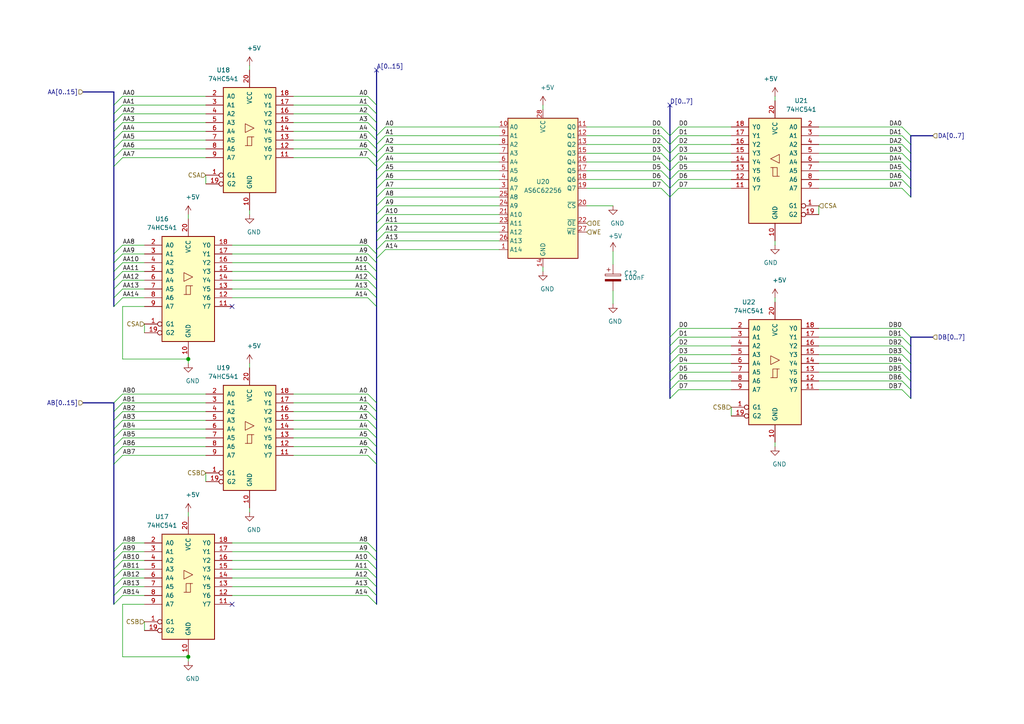
<source format=kicad_sch>
(kicad_sch (version 20211123) (generator eeschema)
  (paper "A4")
  (lib_symbols
    (symbol "74xx:74HCT541_1" (pin_names (offset 1.016))
      (property "Reference" "U" (at -7.62 16.51 0))
      (property "Value" "74HCT541" (at -7.62 -16.51 0))
      (symbol "74HCT541_1_1_0"
        (polyline (pts (xy -0.635 -1.6002) (xy -0.635 0.9398) (xy 0.635 0.9398)))
        (polyline (pts (xy -1.27 -1.6002) (xy 0.635 -1.6002) (xy 0.635 0.9398) (xy 1.27 0.9398)))
        (polyline (pts (xy 1.27 3.4798) (xy -1.27 4.7498) (xy -1.27 2.2098) (xy 1.27 3.4798)) (stroke (width 0.1524)))
        (pin input inverted (at -12.7 -10.16 0) (length 5.08) (name "G1") (number "1"))
        (pin power_in line (at 0 -20.32 90) (length 5.08) (name "GND") (number "10"))
        (pin tri_state line (at 12.7 -5.08 180) (length 5.08) (name "Y7") (number "11"))
        (pin tri_state line (at 12.7 -2.54 180) (length 5.08) (name "Y6") (number "12"))
        (pin tri_state line (at 12.7 0 180) (length 5.08) (name "Y5") (number "13"))
        (pin tri_state line (at 12.7 2.54 180) (length 5.08) (name "Y4") (number "14"))
        (pin tri_state line (at 12.7 5.08 180) (length 5.08) (name "Y3") (number "15"))
        (pin tri_state line (at 12.7 7.62 180) (length 5.08) (name "Y2") (number "16"))
        (pin tri_state line (at 12.7 10.16 180) (length 5.08) (name "Y1") (number "17"))
        (pin tri_state line (at 12.7 12.7 180) (length 5.08) (name "Y0") (number "18"))
        (pin input inverted (at -12.7 -12.7 0) (length 5.08) (name "G2") (number "19"))
        (pin input line (at -12.7 12.7 0) (length 5.08) (name "A0") (number "2"))
        (pin power_in line (at 0 20.32 270) (length 5.08) (name "VCC") (number "20"))
        (pin input line (at -12.7 10.16 0) (length 5.08) (name "A1") (number "3"))
        (pin input line (at -12.7 7.62 0) (length 5.08) (name "A2") (number "4"))
        (pin input line (at -12.7 5.08 0) (length 5.08) (name "A3") (number "5"))
        (pin input line (at -12.7 2.54 0) (length 5.08) (name "A4") (number "6"))
        (pin input line (at -12.7 0 0) (length 5.08) (name "A5") (number "7"))
        (pin input line (at -12.7 -2.54 0) (length 5.08) (name "A6") (number "8"))
        (pin input line (at -12.7 -5.08 0) (length 5.08) (name "A7") (number "9"))
      )
      (symbol "74HCT541_1_1_1"
        (rectangle (start -7.62 15.24) (end 7.62 -15.24) (stroke (width 0.254)) (fill (type background)))
      )
    )
    (symbol "74xx:74HCT541_2" (pin_names (offset 1.016))
      (property "Reference" "U" (at -7.62 16.51 0))
      (property "Value" "74HCT541" (at -7.62 -16.51 0))
      (symbol "74HCT541_2_1_0"
        (polyline (pts (xy -0.635 -1.6002) (xy -0.635 0.9398) (xy 0.635 0.9398)))
        (polyline (pts (xy -1.27 -1.6002) (xy 0.635 -1.6002) (xy 0.635 0.9398) (xy 1.27 0.9398)))
        (polyline (pts (xy 1.27 3.4798) (xy -1.27 4.7498) (xy -1.27 2.2098) (xy 1.27 3.4798)) (stroke (width 0.1524)))
        (pin input inverted (at -12.7 -10.16 0) (length 5.08) (name "G1") (number "1"))
        (pin power_in line (at 0 -20.32 90) (length 5.08) (name "GND") (number "10"))
        (pin tri_state line (at 12.7 -5.08 180) (length 5.08) (name "Y7") (number "11"))
        (pin tri_state line (at 12.7 -2.54 180) (length 5.08) (name "Y6") (number "12"))
        (pin tri_state line (at 12.7 0 180) (length 5.08) (name "Y5") (number "13"))
        (pin tri_state line (at 12.7 2.54 180) (length 5.08) (name "Y4") (number "14"))
        (pin tri_state line (at 12.7 5.08 180) (length 5.08) (name "Y3") (number "15"))
        (pin tri_state line (at 12.7 7.62 180) (length 5.08) (name "Y2") (number "16"))
        (pin tri_state line (at 12.7 10.16 180) (length 5.08) (name "Y1") (number "17"))
        (pin tri_state line (at 12.7 12.7 180) (length 5.08) (name "Y0") (number "18"))
        (pin input inverted (at -12.7 -12.7 0) (length 5.08) (name "G2") (number "19"))
        (pin input line (at -12.7 12.7 0) (length 5.08) (name "A0") (number "2"))
        (pin power_in line (at 0 20.32 270) (length 5.08) (name "VCC") (number "20"))
        (pin input line (at -12.7 10.16 0) (length 5.08) (name "A1") (number "3"))
        (pin input line (at -12.7 7.62 0) (length 5.08) (name "A2") (number "4"))
        (pin input line (at -12.7 5.08 0) (length 5.08) (name "A3") (number "5"))
        (pin input line (at -12.7 2.54 0) (length 5.08) (name "A4") (number "6"))
        (pin input line (at -12.7 0 0) (length 5.08) (name "A5") (number "7"))
        (pin input line (at -12.7 -2.54 0) (length 5.08) (name "A6") (number "8"))
        (pin input line (at -12.7 -5.08 0) (length 5.08) (name "A7") (number "9"))
      )
      (symbol "74HCT541_2_1_1"
        (rectangle (start -7.62 15.24) (end 7.62 -15.24) (stroke (width 0.254)) (fill (type background)))
      )
    )
    (symbol "74xx:74HCT541_3" (pin_names (offset 1.016))
      (property "Reference" "U" (at -7.62 16.51 0))
      (property "Value" "74HCT541" (at -7.62 -16.51 0))
      (symbol "74HCT541_3_1_0"
        (polyline (pts (xy -0.635 -1.6002) (xy -0.635 0.9398) (xy 0.635 0.9398)))
        (polyline (pts (xy -1.27 -1.6002) (xy 0.635 -1.6002) (xy 0.635 0.9398) (xy 1.27 0.9398)))
        (polyline (pts (xy 1.27 3.4798) (xy -1.27 4.7498) (xy -1.27 2.2098) (xy 1.27 3.4798)) (stroke (width 0.1524)))
        (pin input inverted (at -12.7 -10.16 0) (length 5.08) (name "G1") (number "1"))
        (pin power_in line (at 0 -20.32 90) (length 5.08) (name "GND") (number "10"))
        (pin tri_state line (at 12.7 -5.08 180) (length 5.08) (name "Y7") (number "11"))
        (pin tri_state line (at 12.7 -2.54 180) (length 5.08) (name "Y6") (number "12"))
        (pin tri_state line (at 12.7 0 180) (length 5.08) (name "Y5") (number "13"))
        (pin tri_state line (at 12.7 2.54 180) (length 5.08) (name "Y4") (number "14"))
        (pin tri_state line (at 12.7 5.08 180) (length 5.08) (name "Y3") (number "15"))
        (pin tri_state line (at 12.7 7.62 180) (length 5.08) (name "Y2") (number "16"))
        (pin tri_state line (at 12.7 10.16 180) (length 5.08) (name "Y1") (number "17"))
        (pin tri_state line (at 12.7 12.7 180) (length 5.08) (name "Y0") (number "18"))
        (pin input inverted (at -12.7 -12.7 0) (length 5.08) (name "G2") (number "19"))
        (pin input line (at -12.7 12.7 0) (length 5.08) (name "A0") (number "2"))
        (pin power_in line (at 0 20.32 270) (length 5.08) (name "VCC") (number "20"))
        (pin input line (at -12.7 10.16 0) (length 5.08) (name "A1") (number "3"))
        (pin input line (at -12.7 7.62 0) (length 5.08) (name "A2") (number "4"))
        (pin input line (at -12.7 5.08 0) (length 5.08) (name "A3") (number "5"))
        (pin input line (at -12.7 2.54 0) (length 5.08) (name "A4") (number "6"))
        (pin input line (at -12.7 0 0) (length 5.08) (name "A5") (number "7"))
        (pin input line (at -12.7 -2.54 0) (length 5.08) (name "A6") (number "8"))
        (pin input line (at -12.7 -5.08 0) (length 5.08) (name "A7") (number "9"))
      )
      (symbol "74HCT541_3_1_1"
        (rectangle (start -7.62 15.24) (end 7.62 -15.24) (stroke (width 0.254)) (fill (type background)))
      )
    )
    (symbol "74xx:74HCT541_4" (pin_names (offset 1.016))
      (property "Reference" "U" (at -7.62 16.51 0))
      (property "Value" "74HCT541" (at -7.62 -16.51 0))
      (symbol "74HCT541_4_1_0"
        (polyline (pts (xy -0.635 -1.6002) (xy -0.635 0.9398) (xy 0.635 0.9398)))
        (polyline (pts (xy -1.27 -1.6002) (xy 0.635 -1.6002) (xy 0.635 0.9398) (xy 1.27 0.9398)))
        (polyline (pts (xy 1.27 3.4798) (xy -1.27 4.7498) (xy -1.27 2.2098) (xy 1.27 3.4798)) (stroke (width 0.1524)))
        (pin input inverted (at -12.7 -10.16 0) (length 5.08) (name "G1") (number "1"))
        (pin power_in line (at 0 -20.32 90) (length 5.08) (name "GND") (number "10"))
        (pin tri_state line (at 12.7 -5.08 180) (length 5.08) (name "Y7") (number "11"))
        (pin tri_state line (at 12.7 -2.54 180) (length 5.08) (name "Y6") (number "12"))
        (pin tri_state line (at 12.7 0 180) (length 5.08) (name "Y5") (number "13"))
        (pin tri_state line (at 12.7 2.54 180) (length 5.08) (name "Y4") (number "14"))
        (pin tri_state line (at 12.7 5.08 180) (length 5.08) (name "Y3") (number "15"))
        (pin tri_state line (at 12.7 7.62 180) (length 5.08) (name "Y2") (number "16"))
        (pin tri_state line (at 12.7 10.16 180) (length 5.08) (name "Y1") (number "17"))
        (pin tri_state line (at 12.7 12.7 180) (length 5.08) (name "Y0") (number "18"))
        (pin input inverted (at -12.7 -12.7 0) (length 5.08) (name "G2") (number "19"))
        (pin input line (at -12.7 12.7 0) (length 5.08) (name "A0") (number "2"))
        (pin power_in line (at 0 20.32 270) (length 5.08) (name "VCC") (number "20"))
        (pin input line (at -12.7 10.16 0) (length 5.08) (name "A1") (number "3"))
        (pin input line (at -12.7 7.62 0) (length 5.08) (name "A2") (number "4"))
        (pin input line (at -12.7 5.08 0) (length 5.08) (name "A3") (number "5"))
        (pin input line (at -12.7 2.54 0) (length 5.08) (name "A4") (number "6"))
        (pin input line (at -12.7 0 0) (length 5.08) (name "A5") (number "7"))
        (pin input line (at -12.7 -2.54 0) (length 5.08) (name "A6") (number "8"))
        (pin input line (at -12.7 -5.08 0) (length 5.08) (name "A7") (number "9"))
      )
      (symbol "74HCT541_4_1_1"
        (rectangle (start -7.62 15.24) (end 7.62 -15.24) (stroke (width 0.254)) (fill (type background)))
      )
    )
    (symbol "74xx:74HCT541_5" (pin_names (offset 1.016))
      (property "Reference" "U" (at -7.62 16.51 0))
      (property "Value" "74HCT541" (at -7.62 -16.51 0))
      (symbol "74HCT541_5_1_0"
        (polyline (pts (xy -0.635 -1.6002) (xy -0.635 0.9398) (xy 0.635 0.9398)))
        (polyline (pts (xy -1.27 -1.6002) (xy 0.635 -1.6002) (xy 0.635 0.9398) (xy 1.27 0.9398)))
        (polyline (pts (xy 1.27 3.4798) (xy -1.27 4.7498) (xy -1.27 2.2098) (xy 1.27 3.4798)) (stroke (width 0.1524)))
        (pin input inverted (at -12.7 -10.16 0) (length 5.08) (name "G1") (number "1"))
        (pin power_in line (at 0 -20.32 90) (length 5.08) (name "GND") (number "10"))
        (pin tri_state line (at 12.7 -5.08 180) (length 5.08) (name "Y7") (number "11"))
        (pin tri_state line (at 12.7 -2.54 180) (length 5.08) (name "Y6") (number "12"))
        (pin tri_state line (at 12.7 0 180) (length 5.08) (name "Y5") (number "13"))
        (pin tri_state line (at 12.7 2.54 180) (length 5.08) (name "Y4") (number "14"))
        (pin tri_state line (at 12.7 5.08 180) (length 5.08) (name "Y3") (number "15"))
        (pin tri_state line (at 12.7 7.62 180) (length 5.08) (name "Y2") (number "16"))
        (pin tri_state line (at 12.7 10.16 180) (length 5.08) (name "Y1") (number "17"))
        (pin tri_state line (at 12.7 12.7 180) (length 5.08) (name "Y0") (number "18"))
        (pin input inverted (at -12.7 -12.7 0) (length 5.08) (name "G2") (number "19"))
        (pin input line (at -12.7 12.7 0) (length 5.08) (name "A0") (number "2"))
        (pin power_in line (at 0 20.32 270) (length 5.08) (name "VCC") (number "20"))
        (pin input line (at -12.7 10.16 0) (length 5.08) (name "A1") (number "3"))
        (pin input line (at -12.7 7.62 0) (length 5.08) (name "A2") (number "4"))
        (pin input line (at -12.7 5.08 0) (length 5.08) (name "A3") (number "5"))
        (pin input line (at -12.7 2.54 0) (length 5.08) (name "A4") (number "6"))
        (pin input line (at -12.7 0 0) (length 5.08) (name "A5") (number "7"))
        (pin input line (at -12.7 -2.54 0) (length 5.08) (name "A6") (number "8"))
        (pin input line (at -12.7 -5.08 0) (length 5.08) (name "A7") (number "9"))
      )
      (symbol "74HCT541_5_1_1"
        (rectangle (start -7.62 15.24) (end 7.62 -15.24) (stroke (width 0.254)) (fill (type background)))
      )
    )
    (symbol "74xx:74HCT541_6" (pin_names (offset 1.016))
      (property "Reference" "U" (at -7.62 16.51 0))
      (property "Value" "74HCT541" (at -7.62 -16.51 0))
      (symbol "74HCT541_6_1_0"
        (polyline (pts (xy -0.635 -1.6002) (xy -0.635 0.9398) (xy 0.635 0.9398)))
        (polyline (pts (xy -1.27 -1.6002) (xy 0.635 -1.6002) (xy 0.635 0.9398) (xy 1.27 0.9398)))
        (polyline (pts (xy 1.27 3.4798) (xy -1.27 4.7498) (xy -1.27 2.2098) (xy 1.27 3.4798)) (stroke (width 0.1524)))
        (pin input inverted (at -12.7 -10.16 0) (length 5.08) (name "G1") (number "1"))
        (pin power_in line (at 0 -20.32 90) (length 5.08) (name "GND") (number "10"))
        (pin tri_state line (at 12.7 -5.08 180) (length 5.08) (name "Y7") (number "11"))
        (pin tri_state line (at 12.7 -2.54 180) (length 5.08) (name "Y6") (number "12"))
        (pin tri_state line (at 12.7 0 180) (length 5.08) (name "Y5") (number "13"))
        (pin tri_state line (at 12.7 2.54 180) (length 5.08) (name "Y4") (number "14"))
        (pin tri_state line (at 12.7 5.08 180) (length 5.08) (name "Y3") (number "15"))
        (pin tri_state line (at 12.7 7.62 180) (length 5.08) (name "Y2") (number "16"))
        (pin tri_state line (at 12.7 10.16 180) (length 5.08) (name "Y1") (number "17"))
        (pin tri_state line (at 12.7 12.7 180) (length 5.08) (name "Y0") (number "18"))
        (pin input inverted (at -12.7 -12.7 0) (length 5.08) (name "G2") (number "19"))
        (pin input line (at -12.7 12.7 0) (length 5.08) (name "A0") (number "2"))
        (pin power_in line (at 0 20.32 270) (length 5.08) (name "VCC") (number "20"))
        (pin input line (at -12.7 10.16 0) (length 5.08) (name "A1") (number "3"))
        (pin input line (at -12.7 7.62 0) (length 5.08) (name "A2") (number "4"))
        (pin input line (at -12.7 5.08 0) (length 5.08) (name "A3") (number "5"))
        (pin input line (at -12.7 2.54 0) (length 5.08) (name "A4") (number "6"))
        (pin input line (at -12.7 0 0) (length 5.08) (name "A5") (number "7"))
        (pin input line (at -12.7 -2.54 0) (length 5.08) (name "A6") (number "8"))
        (pin input line (at -12.7 -5.08 0) (length 5.08) (name "A7") (number "9"))
      )
      (symbol "74HCT541_6_1_1"
        (rectangle (start -7.62 15.24) (end 7.62 -15.24) (stroke (width 0.254)) (fill (type background)))
      )
    )
    (symbol "Device:CP" (pin_numbers hide) (pin_names (offset 0.254))
      (property "Reference" "C" (at 0.635 2.54 0))
      (property "Value" "CP" (at 0.635 -2.54 0))
      (symbol "CP_0_1"
        (rectangle (start -2.286 0.508) (end 2.286 1.016))
        (polyline (pts (xy -1.778 2.286) (xy -0.762 2.286)))
        (polyline (pts (xy -1.27 2.794) (xy -1.27 1.778)))
        (rectangle (start 2.286 -0.508) (end -2.286 -1.016) (fill (type outline)))
      )
      (symbol "CP_1_1"
        (pin passive line (at 0 3.81 270) (length 2.794) (name "~") (number "1"))
        (pin passive line (at 0 -3.81 90) (length 2.794) (name "~") (number "2"))
      )
    )
    (symbol "Memory_RAM:HM62256BLP"
      (property "Reference" "U" (at -10.16 20.955 0))
      (property "Value" "HM62256BLP" (at 2.54 20.955 0))
      (symbol "HM62256BLP_0_0"
        (pin power_in line (at 0 -22.86 90) (length 2.54) (name "GND") (number "14"))
        (pin power_in line (at 0 22.86 270) (length 2.54) (name "VCC") (number "28"))
      )
      (symbol "HM62256BLP_0_1"
        (rectangle (start -10.16 20.32) (end 10.16 -20.32) (stroke (width 0.254)) (fill (type background)))
      )
      (symbol "HM62256BLP_1_1"
        (pin input line (at -12.7 -17.78 0) (length 2.54) (name "A14") (number "1"))
        (pin input line (at -12.7 17.78 0) (length 2.54) (name "A0") (number "10"))
        (pin tri_state line (at 12.7 17.78 180) (length 2.54) (name "Q0") (number "11"))
        (pin tri_state line (at 12.7 15.24 180) (length 2.54) (name "Q1") (number "12"))
        (pin tri_state line (at 12.7 12.7 180) (length 2.54) (name "Q2") (number "13"))
        (pin tri_state line (at 12.7 10.16 180) (length 2.54) (name "Q3") (number "15"))
        (pin tri_state line (at 12.7 7.62 180) (length 2.54) (name "Q4") (number "16"))
        (pin tri_state line (at 12.7 5.08 180) (length 2.54) (name "Q5") (number "17"))
        (pin tri_state line (at 12.7 2.54 180) (length 2.54) (name "Q6") (number "18"))
        (pin tri_state line (at 12.7 0 180) (length 2.54) (name "Q7") (number "19"))
        (pin input line (at -12.7 -12.7 0) (length 2.54) (name "A12") (number "2"))
        (pin input line (at 12.7 -5.08 180) (length 2.54) (name "~{CS}") (number "20"))
        (pin input line (at -12.7 -7.62 0) (length 2.54) (name "A10") (number "21"))
        (pin input line (at 12.7 -10.16 180) (length 2.54) (name "~{OE}") (number "22"))
        (pin input line (at -12.7 -10.16 0) (length 2.54) (name "A11") (number "23"))
        (pin input line (at -12.7 -5.08 0) (length 2.54) (name "A9") (number "24"))
        (pin input line (at -12.7 -2.54 0) (length 2.54) (name "A8") (number "25"))
        (pin input line (at -12.7 -15.24 0) (length 2.54) (name "A13") (number "26"))
        (pin input line (at 12.7 -12.7 180) (length 2.54) (name "~{WE}") (number "27"))
        (pin input line (at -12.7 0 0) (length 2.54) (name "A7") (number "3"))
        (pin input line (at -12.7 2.54 0) (length 2.54) (name "A6") (number "4"))
        (pin input line (at -12.7 5.08 0) (length 2.54) (name "A5") (number "5"))
        (pin input line (at -12.7 7.62 0) (length 2.54) (name "A4") (number "6"))
        (pin input line (at -12.7 10.16 0) (length 2.54) (name "A3") (number "7"))
        (pin input line (at -12.7 12.7 0) (length 2.54) (name "A2") (number "8"))
        (pin input line (at -12.7 15.24 0) (length 2.54) (name "A1") (number "9"))
      )
    )
    (symbol "power:+5V" (power) (pin_names (offset 0))
      (property "Value" "+5V" (at 0 3.556 0))
      (symbol "+5V_0_1"
        (polyline (pts (xy -0.762 1.27) (xy 0 2.54)))
        (polyline (pts (xy 0 0) (xy 0 2.54)))
        (polyline (pts (xy 0 2.54) (xy 0.762 1.27)))
      )
      (symbol "+5V_1_1"
        (pin power_in line (at 0 0 90) (length 0) hide (name "+5V") (number "1"))
      )
    )
    (symbol "power:GND" (power) (pin_names (offset 0))
      (property "Value" "GND" (at 0 -3.81 0))
      (symbol "GND_0_1"
        (polyline (pts (xy 0 0) (xy 0 -1.27) (xy 1.27 -1.27) (xy 0 -2.54) (xy -1.27 -1.27) (xy 0 -1.27)))
      )
      (symbol "GND_1_1"
        (pin power_in line (at 0 0 270) (length 0) hide (name "GND") (number "1"))
      )
    )
  )
  (junction (at 54.61 104.14) (diameter 1.016))
  (junction (at 54.61 190.5) (diameter 1.016))
  (no_connect (at 109.22 20.32))
  (no_connect (at 67.31 175.26))
  (no_connect (at 194.31 30.48))
  (no_connect (at 67.31 88.9))
  (bus_entry (at 106.68 132.08) (size 2.54 2.54) (stroke (width 0.1524)))
  (bus_entry (at 106.68 170.18) (size 2.54 2.54) (stroke (width 0.1524)))
  (bus_entry (at 194.31 46.99) (size 2.54 -2.54) (stroke (width 0.1524)))
  (bus_entry (at 33.02 43.18) (size 2.54 -2.54) (stroke (width 0.1524)))
  (bus_entry (at 106.68 38.1) (size 2.54 2.54) (stroke (width 0.1524)))
  (bus_entry (at 33.02 33.02) (size 2.54 -2.54) (stroke (width 0.1524)))
  (bus_entry (at 194.31 115.57) (size 2.54 -2.54) (stroke (width 0.1524)))
  (bus_entry (at 261.62 44.45) (size 2.54 2.54) (stroke (width 0.1524)))
  (bus_entry (at 33.02 38.1) (size 2.54 -2.54) (stroke (width 0.1524)))
  (bus_entry (at 106.68 129.54) (size 2.54 2.54) (stroke (width 0.1524)))
  (bus_entry (at 106.68 165.1) (size 2.54 2.54) (stroke (width 0.1524)))
  (bus_entry (at 106.68 71.12) (size 2.54 2.54) (stroke (width 0.1524)))
  (bus_entry (at 109.22 57.15) (size 2.54 -2.54) (stroke (width 0.1524)))
  (bus_entry (at 261.62 46.99) (size 2.54 2.54) (stroke (width 0.1524)))
  (bus_entry (at 33.02 129.54) (size 2.54 -2.54) (stroke (width 0.1524)))
  (bus_entry (at 33.02 48.26) (size 2.54 -2.54) (stroke (width 0.1524)))
  (bus_entry (at 194.31 100.33) (size 2.54 -2.54) (stroke (width 0.1524)))
  (bus_entry (at 33.02 172.72) (size 2.54 -2.54) (stroke (width 0.1524)))
  (bus_entry (at 106.68 172.72) (size 2.54 2.54) (stroke (width 0.1524)))
  (bus_entry (at 194.31 97.79) (size 2.54 -2.54) (stroke (width 0.1524)))
  (bus_entry (at 106.68 78.74) (size 2.54 2.54) (stroke (width 0.1524)))
  (bus_entry (at 106.68 127) (size 2.54 2.54) (stroke (width 0.1524)))
  (bus_entry (at 33.02 78.74) (size 2.54 -2.54) (stroke (width 0.1524)))
  (bus_entry (at 194.31 102.87) (size 2.54 -2.54) (stroke (width 0.1524)))
  (bus_entry (at 194.31 39.37) (size 2.54 -2.54) (stroke (width 0.1524)))
  (bus_entry (at 106.68 83.82) (size 2.54 2.54) (stroke (width 0.1524)))
  (bus_entry (at 109.22 64.77) (size 2.54 -2.54) (stroke (width 0.1524)))
  (bus_entry (at 261.62 41.91) (size 2.54 2.54) (stroke (width 0.1524)))
  (bus_entry (at 106.68 167.64) (size 2.54 2.54) (stroke (width 0.1524)))
  (bus_entry (at 261.62 36.83) (size 2.54 2.54) (stroke (width 0.1524)))
  (bus_entry (at 33.02 175.26) (size 2.54 -2.54) (stroke (width 0.1524)))
  (bus_entry (at 109.22 72.39) (size 2.54 -2.54) (stroke (width 0.1524)))
  (bus_entry (at 191.77 36.83) (size 2.54 2.54) (stroke (width 0.1524)))
  (bus_entry (at 191.77 46.99) (size 2.54 2.54) (stroke (width 0.1524)))
  (bus_entry (at 194.31 52.07) (size 2.54 -2.54) (stroke (width 0.1524)))
  (bus_entry (at 191.77 49.53) (size 2.54 2.54) (stroke (width 0.1524)))
  (bus_entry (at 106.68 45.72) (size 2.54 2.54) (stroke (width 0.1524)))
  (bus_entry (at 261.62 110.49) (size 2.54 2.54) (stroke (width 0.1524)))
  (bus_entry (at 33.02 165.1) (size 2.54 -2.54) (stroke (width 0.1524)))
  (bus_entry (at 33.02 45.72) (size 2.54 -2.54) (stroke (width 0.1524)))
  (bus_entry (at 33.02 162.56) (size 2.54 -2.54) (stroke (width 0.1524)))
  (bus_entry (at 33.02 170.18) (size 2.54 -2.54) (stroke (width 0.1524)))
  (bus_entry (at 109.22 62.23) (size 2.54 -2.54) (stroke (width 0.1524)))
  (bus_entry (at 261.62 102.87) (size 2.54 2.54) (stroke (width 0.1524)))
  (bus_entry (at 106.68 81.28) (size 2.54 2.54) (stroke (width 0.1524)))
  (bus_entry (at 261.62 107.95) (size 2.54 2.54) (stroke (width 0.1524)))
  (bus_entry (at 106.68 116.84) (size 2.54 2.54) (stroke (width 0.1524)))
  (bus_entry (at 194.31 49.53) (size 2.54 -2.54) (stroke (width 0.1524)))
  (bus_entry (at 106.68 162.56) (size 2.54 2.54) (stroke (width 0.1524)))
  (bus_entry (at 106.68 119.38) (size 2.54 2.54) (stroke (width 0.1524)))
  (bus_entry (at 106.68 157.48) (size 2.54 2.54) (stroke (width 0.1524)))
  (bus_entry (at 261.62 113.03) (size 2.54 2.54) (stroke (width 0.1524)))
  (bus_entry (at 191.77 54.61) (size 2.54 2.54) (stroke (width 0.1524)))
  (bus_entry (at 261.62 100.33) (size 2.54 2.54) (stroke (width 0.1524)))
  (bus_entry (at 33.02 119.38) (size 2.54 -2.54) (stroke (width 0.1524)))
  (bus_entry (at 106.68 73.66) (size 2.54 2.54) (stroke (width 0.1524)))
  (bus_entry (at 194.31 105.41) (size 2.54 -2.54) (stroke (width 0.1524)))
  (bus_entry (at 109.22 67.31) (size 2.54 -2.54) (stroke (width 0.1524)))
  (bus_entry (at 109.22 39.37) (size 2.54 -2.54) (stroke (width 0.1524)))
  (bus_entry (at 106.68 35.56) (size 2.54 2.54) (stroke (width 0.1524)))
  (bus_entry (at 106.68 121.92) (size 2.54 2.54) (stroke (width 0.1524)))
  (bus_entry (at 33.02 121.92) (size 2.54 -2.54) (stroke (width 0.1524)))
  (bus_entry (at 33.02 76.2) (size 2.54 -2.54) (stroke (width 0.1524)))
  (bus_entry (at 106.68 27.94) (size 2.54 2.54) (stroke (width 0.1524)))
  (bus_entry (at 33.02 160.02) (size 2.54 -2.54) (stroke (width 0.1524)))
  (bus_entry (at 261.62 97.79) (size 2.54 2.54) (stroke (width 0.1524)))
  (bus_entry (at 33.02 167.64) (size 2.54 -2.54) (stroke (width 0.1524)))
  (bus_entry (at 109.22 52.07) (size 2.54 -2.54) (stroke (width 0.1524)))
  (bus_entry (at 33.02 132.08) (size 2.54 -2.54) (stroke (width 0.1524)))
  (bus_entry (at 191.77 44.45) (size 2.54 2.54) (stroke (width 0.1524)))
  (bus_entry (at 33.02 81.28) (size 2.54 -2.54) (stroke (width 0.1524)))
  (bus_entry (at 261.62 49.53) (size 2.54 2.54) (stroke (width 0.1524)))
  (bus_entry (at 109.22 46.99) (size 2.54 -2.54) (stroke (width 0.1524)))
  (bus_entry (at 261.62 54.61) (size 2.54 2.54) (stroke (width 0.1524)))
  (bus_entry (at 33.02 116.84) (size 2.54 -2.54) (stroke (width 0.1524)))
  (bus_entry (at 106.68 33.02) (size 2.54 2.54) (stroke (width 0.1524)))
  (bus_entry (at 33.02 124.46) (size 2.54 -2.54) (stroke (width 0.1524)))
  (bus_entry (at 33.02 30.48) (size 2.54 -2.54) (stroke (width 0.1524)))
  (bus_entry (at 106.68 86.36) (size 2.54 2.54) (stroke (width 0.1524)))
  (bus_entry (at 194.31 57.15) (size 2.54 -2.54) (stroke (width 0.1524)))
  (bus_entry (at 109.22 59.69) (size 2.54 -2.54) (stroke (width 0.1524)))
  (bus_entry (at 106.68 160.02) (size 2.54 2.54) (stroke (width 0.1524)))
  (bus_entry (at 33.02 35.56) (size 2.54 -2.54) (stroke (width 0.1524)))
  (bus_entry (at 194.31 110.49) (size 2.54 -2.54) (stroke (width 0.1524)))
  (bus_entry (at 33.02 88.9) (size 2.54 -2.54) (stroke (width 0.1524)))
  (bus_entry (at 109.22 49.53) (size 2.54 -2.54) (stroke (width 0.1524)))
  (bus_entry (at 33.02 40.64) (size 2.54 -2.54) (stroke (width 0.1524)))
  (bus_entry (at 33.02 86.36) (size 2.54 -2.54) (stroke (width 0.1524)))
  (bus_entry (at 261.62 39.37) (size 2.54 2.54) (stroke (width 0.1524)))
  (bus_entry (at 194.31 44.45) (size 2.54 -2.54) (stroke (width 0.1524)))
  (bus_entry (at 109.22 54.61) (size 2.54 -2.54) (stroke (width 0.1524)))
  (bus_entry (at 194.31 107.95) (size 2.54 -2.54) (stroke (width 0.1524)))
  (bus_entry (at 33.02 73.66) (size 2.54 -2.54) (stroke (width 0.1524)))
  (bus_entry (at 106.68 30.48) (size 2.54 2.54) (stroke (width 0.1524)))
  (bus_entry (at 191.77 39.37) (size 2.54 2.54) (stroke (width 0.1524)))
  (bus_entry (at 109.22 41.91) (size 2.54 -2.54) (stroke (width 0.1524)))
  (bus_entry (at 106.68 43.18) (size 2.54 2.54) (stroke (width 0.1524)))
  (bus_entry (at 194.31 113.03) (size 2.54 -2.54) (stroke (width 0.1524)))
  (bus_entry (at 106.68 40.64) (size 2.54 2.54) (stroke (width 0.1524)))
  (bus_entry (at 261.62 52.07) (size 2.54 2.54) (stroke (width 0.1524)))
  (bus_entry (at 191.77 41.91) (size 2.54 2.54) (stroke (width 0.1524)))
  (bus_entry (at 194.31 41.91) (size 2.54 -2.54) (stroke (width 0.1524)))
  (bus_entry (at 261.62 95.25) (size 2.54 2.54) (stroke (width 0.1524)))
  (bus_entry (at 191.77 52.07) (size 2.54 2.54) (stroke (width 0.1524)))
  (bus_entry (at 33.02 134.62) (size 2.54 -2.54) (stroke (width 0.1524)))
  (bus_entry (at 33.02 127) (size 2.54 -2.54) (stroke (width 0.1524)))
  (bus_entry (at 106.68 124.46) (size 2.54 2.54) (stroke (width 0.1524)))
  (bus_entry (at 106.68 76.2) (size 2.54 2.54) (stroke (width 0.1524)))
  (bus_entry (at 109.22 69.85) (size 2.54 -2.54) (stroke (width 0.1524)))
  (bus_entry (at 261.62 105.41) (size 2.54 2.54) (stroke (width 0.1524)))
  (bus_entry (at 194.31 54.61) (size 2.54 -2.54) (stroke (width 0.1524)))
  (bus_entry (at 33.02 83.82) (size 2.54 -2.54) (stroke (width 0.1524)))
  (bus_entry (at 109.22 44.45) (size 2.54 -2.54) (stroke (width 0.1524)))
  (bus_entry (at 109.22 74.93) (size 2.54 -2.54) (stroke (width 0.1524)))
  (bus_entry (at 106.68 114.3) (size 2.54 2.54) (stroke (width 0.1524)))
  (wire (pts (xy 85.09 27.94) (xy 106.68 27.94)))
  (wire (pts (xy 54.61 104.14) (xy 54.61 105.41)))
  (bus (pts (xy 194.31 46.99) (xy 194.31 49.53)))
  (wire (pts (xy 67.31 172.72) (xy 106.68 172.72)))
  (wire (pts (xy 67.31 167.64) (xy 106.68 167.64)))
  (bus (pts (xy 33.02 116.84) (xy 33.02 119.38)))
  (wire (pts (xy 196.85 110.49) (xy 212.09 110.49)))
  (bus (pts (xy 33.02 129.54) (xy 33.02 132.08)))
  (bus (pts (xy 33.02 43.18) (xy 33.02 45.72)))
  (wire (pts (xy 237.49 102.87) (xy 261.62 102.87)))
  (bus (pts (xy 109.22 59.69) (xy 109.22 62.23)))
  (wire (pts (xy 196.85 54.61) (xy 212.09 54.61)))
  (wire (pts (xy 111.76 41.91) (xy 144.78 41.91)))
  (bus (pts (xy 264.16 97.79) (xy 270.51 97.79)))
  (bus (pts (xy 194.31 105.41) (xy 194.31 107.95)))
  (wire (pts (xy 111.76 54.61) (xy 144.78 54.61)))
  (bus (pts (xy 24.13 116.84) (xy 33.02 116.84)))
  (wire (pts (xy 85.09 114.3) (xy 106.68 114.3)))
  (wire (pts (xy 237.49 107.95) (xy 261.62 107.95)))
  (wire (pts (xy 196.85 49.53) (xy 212.09 49.53)))
  (wire (pts (xy 170.18 41.91) (xy 191.77 41.91)))
  (bus (pts (xy 109.22 43.18) (xy 109.22 44.45)))
  (bus (pts (xy 264.16 97.79) (xy 264.16 100.33)))
  (bus (pts (xy 109.22 162.56) (xy 109.22 165.1)))
  (bus (pts (xy 109.22 54.61) (xy 109.22 57.15)))
  (wire (pts (xy 196.85 113.03) (xy 212.09 113.03)))
  (wire (pts (xy 237.49 95.25) (xy 261.62 95.25)))
  (wire (pts (xy 196.85 95.25) (xy 212.09 95.25)))
  (wire (pts (xy 237.49 59.69) (xy 237.49 62.23)))
  (bus (pts (xy 33.02 86.36) (xy 33.02 88.9)))
  (bus (pts (xy 109.22 38.1) (xy 109.22 39.37)))
  (wire (pts (xy 35.56 83.82) (xy 41.91 83.82)))
  (wire (pts (xy 111.76 57.15) (xy 144.78 57.15)))
  (wire (pts (xy 35.56 127) (xy 59.69 127)))
  (wire (pts (xy 85.09 129.54) (xy 106.68 129.54)))
  (bus (pts (xy 24.13 26.67) (xy 33.02 26.67)))
  (wire (pts (xy 35.56 124.46) (xy 59.69 124.46)))
  (bus (pts (xy 33.02 38.1) (xy 33.02 40.64)))
  (wire (pts (xy 41.91 88.9) (xy 35.56 88.9)))
  (wire (pts (xy 85.09 38.1) (xy 106.68 38.1)))
  (wire (pts (xy 170.18 46.99) (xy 191.77 46.99)))
  (wire (pts (xy 170.18 59.69) (xy 177.8 59.69)))
  (wire (pts (xy 35.56 81.28) (xy 41.91 81.28)))
  (wire (pts (xy 237.49 110.49) (xy 261.62 110.49)))
  (wire (pts (xy 35.56 43.18) (xy 59.69 43.18)))
  (wire (pts (xy 35.56 116.84) (xy 59.69 116.84)))
  (bus (pts (xy 109.22 73.66) (xy 109.22 74.93)))
  (wire (pts (xy 35.56 38.1) (xy 59.69 38.1)))
  (bus (pts (xy 264.16 52.07) (xy 264.16 54.61)))
  (wire (pts (xy 170.18 39.37) (xy 191.77 39.37)))
  (wire (pts (xy 196.85 107.95) (xy 212.09 107.95)))
  (bus (pts (xy 109.22 124.46) (xy 109.22 127)))
  (bus (pts (xy 194.31 52.07) (xy 194.31 54.61)))
  (bus (pts (xy 33.02 160.02) (xy 33.02 162.56)))
  (wire (pts (xy 85.09 116.84) (xy 106.68 116.84)))
  (wire (pts (xy 111.76 44.45) (xy 144.78 44.45)))
  (bus (pts (xy 194.31 57.15) (xy 194.31 97.79)))
  (wire (pts (xy 54.61 148.59) (xy 54.61 149.86)))
  (wire (pts (xy 35.56 162.56) (xy 41.91 162.56)))
  (wire (pts (xy 85.09 121.92) (xy 106.68 121.92)))
  (wire (pts (xy 67.31 165.1) (xy 106.68 165.1)))
  (wire (pts (xy 237.49 100.33) (xy 261.62 100.33)))
  (wire (pts (xy 196.85 102.87) (xy 212.09 102.87)))
  (bus (pts (xy 33.02 30.48) (xy 33.02 33.02)))
  (wire (pts (xy 35.56 71.12) (xy 41.91 71.12)))
  (wire (pts (xy 35.56 45.72) (xy 59.69 45.72)))
  (wire (pts (xy 111.76 49.53) (xy 144.78 49.53)))
  (wire (pts (xy 111.76 36.83) (xy 144.78 36.83)))
  (bus (pts (xy 109.22 46.99) (xy 109.22 48.26)))
  (bus (pts (xy 33.02 170.18) (xy 33.02 172.72)))
  (wire (pts (xy 237.49 52.07) (xy 261.62 52.07)))
  (bus (pts (xy 109.22 160.02) (xy 109.22 162.56)))
  (wire (pts (xy 237.49 97.79) (xy 261.62 97.79)))
  (wire (pts (xy 85.09 45.72) (xy 106.68 45.72)))
  (bus (pts (xy 109.22 127) (xy 109.22 129.54)))
  (bus (pts (xy 264.16 46.99) (xy 264.16 49.53)))
  (wire (pts (xy 237.49 44.45) (xy 261.62 44.45)))
  (wire (pts (xy 35.56 76.2) (xy 41.91 76.2)))
  (bus (pts (xy 109.22 78.74) (xy 109.22 81.28)))
  (wire (pts (xy 111.76 72.39) (xy 144.78 72.39)))
  (wire (pts (xy 111.76 67.31) (xy 144.78 67.31)))
  (wire (pts (xy 35.56 33.02) (xy 59.69 33.02)))
  (bus (pts (xy 109.22 52.07) (xy 109.22 54.61)))
  (bus (pts (xy 33.02 132.08) (xy 33.02 134.62)))
  (wire (pts (xy 196.85 39.37) (xy 212.09 39.37)))
  (wire (pts (xy 35.56 129.54) (xy 59.69 129.54)))
  (bus (pts (xy 194.31 41.91) (xy 194.31 44.45)))
  (wire (pts (xy 196.85 41.91) (xy 212.09 41.91)))
  (wire (pts (xy 35.56 35.56) (xy 59.69 35.56)))
  (bus (pts (xy 33.02 78.74) (xy 33.02 81.28)))
  (bus (pts (xy 33.02 165.1) (xy 33.02 167.64)))
  (bus (pts (xy 33.02 121.92) (xy 33.02 124.46)))
  (bus (pts (xy 194.31 30.48) (xy 194.31 39.37)))
  (wire (pts (xy 59.69 50.8) (xy 59.69 53.34)))
  (bus (pts (xy 194.31 97.79) (xy 194.31 100.33)))
  (bus (pts (xy 109.22 30.48) (xy 109.22 33.02)))
  (wire (pts (xy 111.76 69.85) (xy 144.78 69.85)))
  (wire (pts (xy 35.56 40.64) (xy 59.69 40.64)))
  (wire (pts (xy 85.09 127) (xy 106.68 127)))
  (wire (pts (xy 67.31 81.28) (xy 106.68 81.28)))
  (bus (pts (xy 194.31 100.33) (xy 194.31 102.87)))
  (bus (pts (xy 109.22 81.28) (xy 109.22 83.82)))
  (wire (pts (xy 35.56 119.38) (xy 59.69 119.38)))
  (bus (pts (xy 33.02 48.26) (xy 33.02 73.66)))
  (wire (pts (xy 157.48 30.48) (xy 157.48 31.75)))
  (bus (pts (xy 109.22 129.54) (xy 109.22 132.08)))
  (wire (pts (xy 224.79 128.27) (xy 224.79 129.54)))
  (wire (pts (xy 67.31 83.82) (xy 106.68 83.82)))
  (bus (pts (xy 33.02 73.66) (xy 33.02 76.2)))
  (wire (pts (xy 35.56 114.3) (xy 59.69 114.3)))
  (wire (pts (xy 237.49 49.53) (xy 261.62 49.53)))
  (wire (pts (xy 85.09 132.08) (xy 106.68 132.08)))
  (bus (pts (xy 109.22 165.1) (xy 109.22 167.64)))
  (wire (pts (xy 111.76 64.77) (xy 144.78 64.77)))
  (bus (pts (xy 109.22 69.85) (xy 109.22 72.39)))
  (bus (pts (xy 33.02 81.28) (xy 33.02 83.82)))
  (wire (pts (xy 72.39 147.32) (xy 72.39 148.59)))
  (bus (pts (xy 109.22 40.64) (xy 109.22 41.91)))
  (bus (pts (xy 33.02 124.46) (xy 33.02 127)))
  (wire (pts (xy 111.76 62.23) (xy 144.78 62.23)))
  (wire (pts (xy 111.76 52.07) (xy 144.78 52.07)))
  (wire (pts (xy 196.85 46.99) (xy 212.09 46.99)))
  (bus (pts (xy 109.22 64.77) (xy 109.22 67.31)))
  (bus (pts (xy 33.02 167.64) (xy 33.02 170.18)))
  (wire (pts (xy 170.18 36.83) (xy 191.77 36.83)))
  (bus (pts (xy 194.31 49.53) (xy 194.31 52.07)))
  (wire (pts (xy 67.31 73.66) (xy 106.68 73.66)))
  (bus (pts (xy 109.22 33.02) (xy 109.22 35.56)))
  (wire (pts (xy 67.31 76.2) (xy 106.68 76.2)))
  (bus (pts (xy 33.02 33.02) (xy 33.02 35.56)))
  (bus (pts (xy 194.31 107.95) (xy 194.31 110.49)))
  (wire (pts (xy 196.85 105.41) (xy 212.09 105.41)))
  (bus (pts (xy 264.16 102.87) (xy 264.16 105.41)))
  (bus (pts (xy 264.16 49.53) (xy 264.16 52.07)))
  (wire (pts (xy 41.91 175.26) (xy 35.56 175.26)))
  (wire (pts (xy 35.56 170.18) (xy 41.91 170.18)))
  (wire (pts (xy 237.49 41.91) (xy 261.62 41.91)))
  (bus (pts (xy 109.22 41.91) (xy 109.22 43.18)))
  (bus (pts (xy 194.31 54.61) (xy 194.31 57.15)))
  (bus (pts (xy 33.02 127) (xy 33.02 129.54)))
  (bus (pts (xy 109.22 45.72) (xy 109.22 46.99)))
  (bus (pts (xy 264.16 100.33) (xy 264.16 102.87)))
  (bus (pts (xy 264.16 44.45) (xy 264.16 46.99)))
  (bus (pts (xy 264.16 113.03) (xy 264.16 115.57)))
  (bus (pts (xy 109.22 132.08) (xy 109.22 134.62)))
  (wire (pts (xy 67.31 71.12) (xy 106.68 71.12)))
  (wire (pts (xy 35.56 86.36) (xy 41.91 86.36)))
  (wire (pts (xy 85.09 43.18) (xy 106.68 43.18)))
  (wire (pts (xy 170.18 54.61) (xy 191.77 54.61)))
  (wire (pts (xy 196.85 36.83) (xy 212.09 36.83)))
  (bus (pts (xy 264.16 54.61) (xy 264.16 57.15)))
  (bus (pts (xy 264.16 41.91) (xy 264.16 44.45)))
  (wire (pts (xy 237.49 113.03) (xy 261.62 113.03)))
  (wire (pts (xy 59.69 137.16) (xy 59.69 139.7)))
  (wire (pts (xy 35.56 157.48) (xy 41.91 157.48)))
  (wire (pts (xy 170.18 44.45) (xy 191.77 44.45)))
  (bus (pts (xy 109.22 86.36) (xy 109.22 88.9)))
  (bus (pts (xy 194.31 44.45) (xy 194.31 46.99)))
  (wire (pts (xy 35.56 88.9) (xy 35.56 104.14)))
  (bus (pts (xy 109.22 44.45) (xy 109.22 45.72)))
  (wire (pts (xy 237.49 39.37) (xy 261.62 39.37)))
  (wire (pts (xy 196.85 44.45) (xy 212.09 44.45)))
  (wire (pts (xy 224.79 27.94) (xy 224.79 29.21)))
  (bus (pts (xy 264.16 39.37) (xy 270.51 39.37)))
  (wire (pts (xy 85.09 124.46) (xy 106.68 124.46)))
  (bus (pts (xy 109.22 48.26) (xy 109.22 49.53)))
  (wire (pts (xy 196.85 100.33) (xy 212.09 100.33)))
  (bus (pts (xy 194.31 39.37) (xy 194.31 41.91)))
  (wire (pts (xy 35.56 165.1) (xy 41.91 165.1)))
  (bus (pts (xy 109.22 67.31) (xy 109.22 69.85)))
  (bus (pts (xy 33.02 35.56) (xy 33.02 38.1)))
  (wire (pts (xy 170.18 52.07) (xy 191.77 52.07)))
  (wire (pts (xy 85.09 33.02) (xy 106.68 33.02)))
  (bus (pts (xy 33.02 119.38) (xy 33.02 121.92)))
  (bus (pts (xy 109.22 119.38) (xy 109.22 121.92)))
  (wire (pts (xy 35.56 73.66) (xy 41.91 73.66)))
  (wire (pts (xy 72.39 60.96) (xy 72.39 62.23)))
  (bus (pts (xy 264.16 110.49) (xy 264.16 113.03)))
  (bus (pts (xy 264.16 39.37) (xy 264.16 41.91)))
  (wire (pts (xy 67.31 160.02) (xy 106.68 160.02)))
  (wire (pts (xy 111.76 39.37) (xy 144.78 39.37)))
  (wire (pts (xy 67.31 162.56) (xy 106.68 162.56)))
  (bus (pts (xy 109.22 49.53) (xy 109.22 52.07)))
  (wire (pts (xy 67.31 170.18) (xy 106.68 170.18)))
  (bus (pts (xy 109.22 172.72) (xy 109.22 175.26)))
  (bus (pts (xy 109.22 62.23) (xy 109.22 64.77)))
  (bus (pts (xy 109.22 35.56) (xy 109.22 38.1)))
  (bus (pts (xy 264.16 107.95) (xy 264.16 110.49)))
  (wire (pts (xy 85.09 119.38) (xy 106.68 119.38)))
  (wire (pts (xy 35.56 78.74) (xy 41.91 78.74)))
  (wire (pts (xy 41.91 93.98) (xy 41.91 96.52)))
  (bus (pts (xy 33.02 134.62) (xy 33.02 160.02)))
  (bus (pts (xy 194.31 110.49) (xy 194.31 113.03)))
  (wire (pts (xy 111.76 59.69) (xy 144.78 59.69)))
  (wire (pts (xy 35.56 175.26) (xy 35.56 190.5)))
  (bus (pts (xy 33.02 83.82) (xy 33.02 86.36)))
  (bus (pts (xy 109.22 39.37) (xy 109.22 40.64)))
  (wire (pts (xy 111.76 46.99) (xy 144.78 46.99)))
  (wire (pts (xy 67.31 157.48) (xy 106.68 157.48)))
  (wire (pts (xy 35.56 167.64) (xy 41.91 167.64)))
  (wire (pts (xy 196.85 97.79) (xy 212.09 97.79)))
  (wire (pts (xy 85.09 40.64) (xy 106.68 40.64)))
  (bus (pts (xy 109.22 88.9) (xy 109.22 116.84)))
  (wire (pts (xy 35.56 160.02) (xy 41.91 160.02)))
  (wire (pts (xy 54.61 62.23) (xy 54.61 63.5)))
  (bus (pts (xy 109.22 134.62) (xy 109.22 160.02)))
  (bus (pts (xy 109.22 72.39) (xy 109.22 73.66)))
  (wire (pts (xy 35.56 132.08) (xy 59.69 132.08)))
  (bus (pts (xy 33.02 40.64) (xy 33.02 43.18)))
  (wire (pts (xy 67.31 86.36) (xy 106.68 86.36)))
  (bus (pts (xy 109.22 20.32) (xy 109.22 30.48)))
  (bus (pts (xy 33.02 76.2) (xy 33.02 78.74)))
  (wire (pts (xy 157.48 77.47) (xy 157.48 78.74)))
  (bus (pts (xy 109.22 76.2) (xy 109.22 78.74)))
  (bus (pts (xy 109.22 116.84) (xy 109.22 119.38)))
  (bus (pts (xy 264.16 105.41) (xy 264.16 107.95)))
  (bus (pts (xy 109.22 170.18) (xy 109.22 172.72)))
  (bus (pts (xy 109.22 74.93) (xy 109.22 76.2)))
  (wire (pts (xy 237.49 54.61) (xy 261.62 54.61)))
  (bus (pts (xy 109.22 83.82) (xy 109.22 86.36)))
  (wire (pts (xy 67.31 78.74) (xy 106.68 78.74)))
  (wire (pts (xy 85.09 35.56) (xy 106.68 35.56)))
  (bus (pts (xy 33.02 45.72) (xy 33.02 48.26)))
  (wire (pts (xy 177.8 72.898) (xy 177.8 76.708)))
  (wire (pts (xy 35.56 30.48) (xy 59.69 30.48)))
  (wire (pts (xy 196.85 52.07) (xy 212.09 52.07)))
  (wire (pts (xy 237.49 105.41) (xy 261.62 105.41)))
  (wire (pts (xy 85.09 30.48) (xy 106.68 30.48)))
  (wire (pts (xy 237.49 46.99) (xy 261.62 46.99)))
  (bus (pts (xy 109.22 121.92) (xy 109.22 124.46)))
  (bus (pts (xy 33.02 172.72) (xy 33.02 175.26)))
  (wire (pts (xy 41.91 180.34) (xy 41.91 182.88)))
  (bus (pts (xy 33.02 26.67) (xy 33.02 30.48)))
  (wire (pts (xy 237.49 36.83) (xy 261.62 36.83)))
  (bus (pts (xy 194.31 113.03) (xy 194.31 115.57)))
  (wire (pts (xy 35.56 172.72) (xy 41.91 172.72)))
  (bus (pts (xy 33.02 162.56) (xy 33.02 165.1)))
  (wire (pts (xy 72.39 105.41) (xy 72.39 106.68)))
  (wire (pts (xy 212.09 118.11) (xy 212.09 120.65)))
  (wire (pts (xy 35.56 121.92) (xy 59.69 121.92)))
  (bus (pts (xy 194.31 102.87) (xy 194.31 105.41)))
  (bus (pts (xy 109.22 57.15) (xy 109.22 59.69)))
  (wire (pts (xy 177.8 84.328) (xy 177.8 88.138)))
  (wire (pts (xy 54.61 190.5) (xy 54.61 191.77)))
  (wire (pts (xy 224.79 86.36) (xy 224.79 87.63)))
  (wire (pts (xy 35.56 104.14) (xy 54.61 104.14)))
  (wire (pts (xy 35.56 27.94) (xy 59.69 27.94)))
  (wire (pts (xy 72.39 19.05) (xy 72.39 20.32)))
  (wire (pts (xy 35.56 190.5) (xy 54.61 190.5)))
  (wire (pts (xy 224.79 69.85) (xy 224.79 71.12)))
  (bus (pts (xy 109.22 167.64) (xy 109.22 170.18)))
  (wire (pts (xy 170.18 49.53) (xy 191.77 49.53)))
  (label "A12" (at 106.68 167.64 180))
  (label "AB11" (at 35.56 165.1 0))
  (label "AA14" (at 35.56 86.36 0))
  (label "D7" (at 191.77 54.61 180))
  (label "AB2" (at 35.56 119.38 0))
  (label "AA12" (at 35.56 81.28 0))
  (label "A6" (at 106.68 129.54 180))
  (label "A7" (at 106.68 132.08 180))
  (label "A4" (at 106.68 38.1 180))
  (label "D0" (at 191.77 36.83 180))
  (label "D3" (at 191.77 44.45 180))
  (label "DA3" (at 261.62 44.45 180))
  (label "DB7" (at 261.62 113.03 180))
  (label "A1" (at 111.76 39.37 0))
  (label "A12" (at 111.76 67.31 0))
  (label "A10" (at 106.68 162.56 180))
  (label "DA7" (at 261.62 54.61 180))
  (label "D1" (at 196.85 39.37 0))
  (label "A5" (at 106.68 127 180))
  (label "A4" (at 111.76 46.99 0))
  (label "A13" (at 106.68 170.18 180))
  (label "DB1" (at 261.62 97.79 180))
  (label "D2" (at 196.85 100.33 0))
  (label "AA9" (at 35.56 73.66 0))
  (label "DA1" (at 261.62 39.37 180))
  (label "A9" (at 106.68 160.02 180))
  (label "A6" (at 111.76 52.07 0))
  (label "AA7" (at 35.56 45.72 0))
  (label "A11" (at 111.76 64.77 0))
  (label "A2" (at 106.68 119.38 180))
  (label "A10" (at 106.68 76.2 180))
  (label "A1" (at 106.68 116.84 180))
  (label "D5" (at 191.77 49.53 180))
  (label "A11" (at 106.68 165.1 180))
  (label "A2" (at 106.68 33.02 180))
  (label "AB0" (at 35.56 114.3 0))
  (label "D4" (at 196.85 46.99 0))
  (label "AB14" (at 35.56 172.72 0))
  (label "AA3" (at 35.56 35.56 0))
  (label "DB5" (at 261.62 107.95 180))
  (label "A7" (at 106.68 45.72 180))
  (label "A3" (at 111.76 44.45 0))
  (label "AA2" (at 35.56 33.02 0))
  (label "AB6" (at 35.56 129.54 0))
  (label "AB10" (at 35.56 162.56 0))
  (label "D6" (at 196.85 110.49 0))
  (label "A0" (at 106.68 27.94 180))
  (label "A13" (at 111.76 69.85 0))
  (label "AB12" (at 35.56 167.64 0))
  (label "D1" (at 196.85 97.79 0))
  (label "D5" (at 196.85 49.53 0))
  (label "A10" (at 111.76 62.23 0))
  (label "AB8" (at 35.56 157.48 0))
  (label "AA1" (at 35.56 30.48 0))
  (label "AB7" (at 35.56 132.08 0))
  (label "A7" (at 111.76 54.61 0))
  (label "D5" (at 196.85 107.95 0))
  (label "DA0" (at 261.62 36.83 180))
  (label "D7" (at 196.85 113.03 0))
  (label "AA13" (at 35.56 83.82 0))
  (label "A6" (at 106.68 43.18 180))
  (label "DB4" (at 261.62 105.41 180))
  (label "A2" (at 111.76 41.91 0))
  (label "D2" (at 191.77 41.91 180))
  (label "D4" (at 191.77 46.99 180))
  (label "A8" (at 106.68 71.12 180))
  (label "A9" (at 106.68 73.66 180))
  (label "A0" (at 111.76 36.83 0))
  (label "A0" (at 106.68 114.3 180))
  (label "DB0" (at 261.62 95.25 180))
  (label "A14" (at 106.68 86.36 180))
  (label "A11" (at 106.68 78.74 180))
  (label "AA11" (at 35.56 78.74 0))
  (label "DB2" (at 261.62 100.33 180))
  (label "AB5" (at 35.56 127 0))
  (label "A8" (at 111.76 57.15 0))
  (label "A8" (at 106.68 157.48 180))
  (label "DB6" (at 261.62 110.49 180))
  (label "D1" (at 191.77 39.37 180))
  (label "AB9" (at 35.56 160.02 0))
  (label "D0" (at 196.85 95.25 0))
  (label "AB13" (at 35.56 170.18 0))
  (label "AB1" (at 35.56 116.84 0))
  (label "AA10" (at 35.56 76.2 0))
  (label "A1" (at 106.68 30.48 180))
  (label "DA2" (at 261.62 41.91 180))
  (label "A14" (at 106.68 172.72 180))
  (label "DB3" (at 261.62 102.87 180))
  (label "AA0" (at 35.56 27.94 0))
  (label "DA6" (at 261.62 52.07 180))
  (label "A5" (at 111.76 49.53 0))
  (label "A3" (at 106.68 121.92 180))
  (label "D[0..7]" (at 194.31 30.48 0))
  (label "DA4" (at 261.62 46.99 180))
  (label "D7" (at 196.85 54.61 0))
  (label "AA4" (at 35.56 38.1 0))
  (label "A4" (at 106.68 124.46 180))
  (label "D2" (at 196.85 41.91 0))
  (label "AA5" (at 35.56 40.64 0))
  (label "DA5" (at 261.62 49.53 180))
  (label "A[0..15]" (at 109.22 20.32 0))
  (label "D6" (at 191.77 52.07 180))
  (label "D3" (at 196.85 102.87 0))
  (label "A12" (at 106.68 81.28 180))
  (label "A9" (at 111.76 59.69 0))
  (label "D4" (at 196.85 105.41 0))
  (label "AB3" (at 35.56 121.92 0))
  (label "D3" (at 196.85 44.45 0))
  (label "A13" (at 106.68 83.82 180))
  (label "A14" (at 111.76 72.39 0))
  (label "AA8" (at 35.56 71.12 0))
  (label "A3" (at 106.68 35.56 180))
  (label "D6" (at 196.85 52.07 0))
  (label "D0" (at 196.85 36.83 0))
  (label "A5" (at 106.68 40.64 180))
  (label "AA6" (at 35.56 43.18 0))
  (label "AB4" (at 35.56 124.46 0))
  (hierarchical_label "CSA" (shape input) (at 41.91 93.98 180))
  (hierarchical_label "DB[0..7]" (shape input) (at 270.51 97.79 0))
  (hierarchical_label "CSB" (shape input) (at 212.09 118.11 180))
  (hierarchical_label "CSB" (shape input) (at 59.69 137.16 180))
  (hierarchical_label "CSA" (shape input) (at 237.49 59.69 0))
  (hierarchical_label "OE" (shape input) (at 170.18 64.77 0))
  (hierarchical_label "CSB" (shape input) (at 41.91 180.34 180))
  (hierarchical_label "WE" (shape input) (at 170.18 67.31 0))
  (hierarchical_label "AA[0..15]" (shape input) (at 24.13 26.67 180))
  (hierarchical_label "DA[0..7]" (shape input) (at 270.51 39.37 0))
  (hierarchical_label "AB[0..15]" (shape input) (at 24.13 116.84 180))
  (hierarchical_label "CSA" (shape input) (at 59.69 50.8 180))
  (symbol (lib_id "power:+5V") (at 224.79 86.36 0)
    (property "Reference" "#PWR067" (effects hide))
    (property "Value" "+5V" (at 226.06 81.28 0))
  )
  (symbol (lib_name "74xx:74HCT541_1") (lib_id "74xx:74HCT541") (at 72.39 40.64 0)
    (property "Reference" "U18" (at 64.77 20.32 0))
    (property "Value" "74HC541" (at 64.77 22.86 0))
    (property "Footprint" "Package_DIP:DIP-20_W7.62mm" (effects hide))
  )
  (symbol (lib_id "power:GND") (at 177.8 88.138 0)
    (property "Reference" "#PWR061" (effects hide))
    (property "Value" "GND" (at 178.435 93.218 0))
  )
  (symbol (lib_id "power:+5V") (at 224.79 27.94 0) (mirror y)
    (property "Reference" "#PWR065" (effects hide))
    (property "Value" "+5V" (at 223.52 22.86 0))
  )
  (symbol (lib_id "power:GND") (at 177.8 59.69 0)
    (property "Reference" "#PWR064" (effects hide))
    (property "Value" "GND" (at 179.07 64.77 0))
  )
  (symbol (lib_name "74xx:74HCT541_2") (lib_id "74xx:74HCT541") (at 54.61 83.82 0)
    (property "Reference" "U16" (at 46.99 63.5 0))
    (property "Value" "74HC541" (at 46.99 66.04 0))
    (property "Footprint" "Package_DIP:DIP-20_W7.62mm" (effects hide))
  )
  (symbol (lib_id "Memory_RAM:HM62256BLP") (at 157.48 54.61 0)
    (property "Reference" "U20" (at 157.48 52.705 0))
    (property "Value" "AS6C62256" (at 157.48 55.245 0))
    (property "Footprint" "Package_DIP:DIP-28_W15.24mm" (effects hide))
  )
  (symbol (lib_id "power:GND") (at 224.79 71.12 0) (mirror y)
    (property "Reference" "#PWR066" (effects hide))
    (property "Value" "GND" (at 223.52 76.2 0))
  )
  (symbol (lib_id "power:GND") (at 72.39 62.23 0)
    (property "Reference" "#PWR057" (effects hide))
    (property "Value" "GND" (at 73.66 67.31 0))
  )
  (symbol (lib_id "power:+5V") (at 54.61 62.23 0)
    (property "Reference" "#PWR052" (effects hide))
    (property "Value" "+5V" (at 55.88 57.15 0))
  )
  (symbol (lib_name "74xx:74HCT541_5") (lib_id "74xx:74HCT541") (at 54.61 170.18 0)
    (property "Reference" "U17" (at 46.99 149.86 0))
    (property "Value" "74HC541" (at 46.99 152.4 0))
    (property "Footprint" "Package_DIP:DIP-20_W7.62mm" (effects hide))
  )
  (symbol (lib_name "74xx:74HCT541_6") (lib_id "74xx:74HCT541") (at 224.79 49.53 0) (mirror y)
    (property "Reference" "U21" (at 232.41 29.21 0))
    (property "Value" "74HC541" (at 232.41 31.75 0))
    (property "Footprint" "Package_DIP:DIP-20_W7.62mm" (effects hide))
  )
  (symbol (lib_id "power:GND") (at 224.79 129.54 0)
    (property "Reference" "#PWR068" (effects hide))
    (property "Value" "GND" (at 226.06 134.62 0))
  )
  (symbol (lib_id "power:GND") (at 72.39 148.59 0)
    (property "Reference" "#PWR059" (effects hide))
    (property "Value" "GND" (at 73.66 153.67 0))
  )
  (symbol (lib_id "power:+5V") (at 157.48 30.48 0)
    (property "Reference" "#PWR062" (effects hide))
    (property "Value" "+5V" (at 158.75 25.4 0))
  )
  (symbol (lib_id "power:+5V") (at 54.61 148.59 0)
    (property "Reference" "#PWR054" (effects hide))
    (property "Value" "+5V" (at 55.88 143.51 0))
  )
  (symbol (lib_id "power:+5V") (at 177.8 72.898 0)
    (property "Reference" "#PWR060" (effects hide))
    (property "Value" "+5V" (at 178.435 68.453 0))
  )
  (symbol (lib_name "74xx:74HCT541_3") (lib_id "74xx:74HCT541") (at 224.79 107.95 0)
    (property "Reference" "U22" (at 217.17 87.63 0))
    (property "Value" "74HC541" (at 217.17 90.17 0))
    (property "Footprint" "Package_DIP:DIP-20_W7.62mm" (effects hide))
  )
  (symbol (lib_id "Device:CP") (at 177.8 80.518 0)
    (property "Reference" "C12" (at 180.975 79.248 0) (effects (justify left)))
    (property "Value" "100nF" (at 180.975 80.518 0) (effects (justify left)))
    (property "Footprint" "Capacitor_THT:C_Radial_D5.0mm_H11.0mm_P2.00mm" (effects hide))
  )
  (symbol (lib_id "power:+5V") (at 72.39 105.41 0)
    (property "Reference" "#PWR058" (effects hide))
    (property "Value" "+5V" (at 73.66 100.33 0))
  )
  (symbol (lib_id "power:GND") (at 157.48 78.74 0)
    (property "Reference" "#PWR063" (effects hide))
    (property "Value" "GND" (at 158.75 83.82 0))
  )
  (symbol (lib_id "power:+5V") (at 72.39 19.05 0)
    (property "Reference" "#PWR056" (effects hide))
    (property "Value" "+5V" (at 73.66 13.97 0))
  )
  (symbol (lib_name "74xx:74HCT541_4") (lib_id "74xx:74HCT541") (at 72.39 127 0)
    (property "Reference" "U19" (at 64.77 106.68 0))
    (property "Value" "74HC541" (at 64.77 109.22 0))
    (property "Footprint" "Package_DIP:DIP-20_W7.62mm" (effects hide))
  )
  (symbol (lib_id "power:GND") (at 54.61 105.41 0)
    (property "Reference" "#PWR053" (effects hide))
    (property "Value" "GND" (at 55.88 110.49 0))
  )
  (symbol (lib_id "power:GND") (at 54.61 191.77 0)
    (property "Reference" "#PWR055" (effects hide))
    (property "Value" "GND" (at 55.88 196.85 0))
  )
)
</source>
